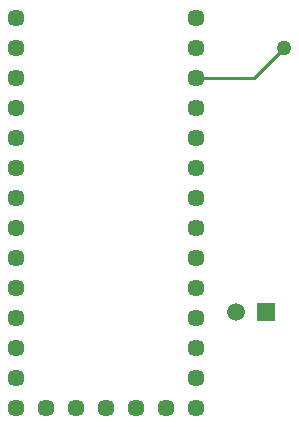
<source format=gbl>
G04 Layer_Physical_Order=2*
G04 Layer_Color=16711680*
%FSAX24Y24*%
%MOIN*%
G70*
G01*
G75*
%ADD14C,0.0100*%
%ADD17R,0.0591X0.0591*%
%ADD18C,0.0591*%
%ADD19C,0.0570*%
%ADD20C,0.0500*%
D14*
X019200Y045800D02*
X020200Y046800D01*
X017250Y045800D02*
X019200D01*
D17*
X019600Y038000D02*
D03*
D18*
X018600D02*
D03*
D19*
X011250Y047800D02*
D03*
Y046800D02*
D03*
Y045800D02*
D03*
Y044800D02*
D03*
Y043800D02*
D03*
Y042800D02*
D03*
Y041800D02*
D03*
Y040800D02*
D03*
Y039800D02*
D03*
Y038800D02*
D03*
Y037800D02*
D03*
Y036800D02*
D03*
Y035800D02*
D03*
Y034800D02*
D03*
X012250D02*
D03*
X013250D02*
D03*
X014250D02*
D03*
X015250D02*
D03*
X016250D02*
D03*
X017250D02*
D03*
Y035800D02*
D03*
Y036800D02*
D03*
Y037800D02*
D03*
Y038800D02*
D03*
Y039800D02*
D03*
Y040800D02*
D03*
Y041800D02*
D03*
Y042800D02*
D03*
Y043800D02*
D03*
Y044800D02*
D03*
Y045800D02*
D03*
Y046800D02*
D03*
Y047800D02*
D03*
D20*
X020200Y046800D02*
D03*
M02*

</source>
